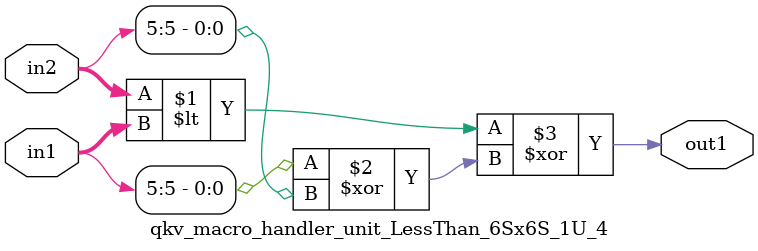
<source format=v>

`timescale 1ps / 1ps


module qkv_macro_handler_unit_LessThan_6Sx6S_1U_4( in2, in1, out1 );

    input [5:0] in2;
    input [5:0] in1;
    output out1;

    
    // rtl_process:qkv_macro_handler_unit_LessThan_6Sx6S_1U_4/qkv_macro_handler_unit_LessThan_6Sx6S_1U_4_thread_1
    assign out1 = (in2 < in1 ^ (in1[5] ^ in2[5]));

endmodule


</source>
